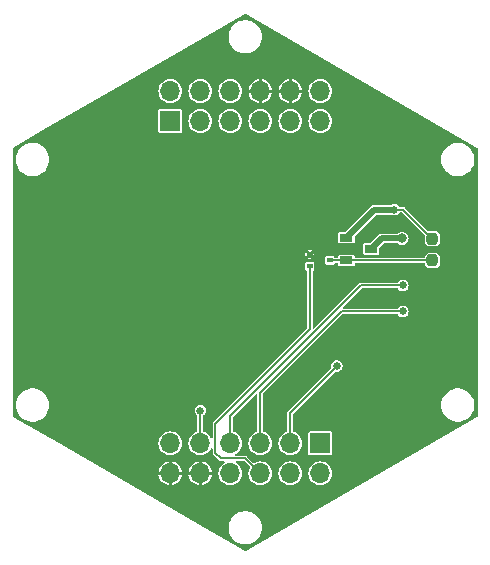
<source format=gbr>
%TF.GenerationSoftware,KiCad,Pcbnew,7.0.5*%
%TF.CreationDate,2023-06-02T12:32:42-04:00*%
%TF.ProjectId,DATA_STORAGE,44415441-5f53-4544-9f52-4147452e6b69,rev?*%
%TF.SameCoordinates,Original*%
%TF.FileFunction,Copper,L2,Bot*%
%TF.FilePolarity,Positive*%
%FSLAX46Y46*%
G04 Gerber Fmt 4.6, Leading zero omitted, Abs format (unit mm)*
G04 Created by KiCad (PCBNEW 7.0.5) date 2023-06-02 12:32:42*
%MOMM*%
%LPD*%
G01*
G04 APERTURE LIST*
G04 Aperture macros list*
%AMRoundRect*
0 Rectangle with rounded corners*
0 $1 Rounding radius*
0 $2 $3 $4 $5 $6 $7 $8 $9 X,Y pos of 4 corners*
0 Add a 4 corners polygon primitive as box body*
4,1,4,$2,$3,$4,$5,$6,$7,$8,$9,$2,$3,0*
0 Add four circle primitives for the rounded corners*
1,1,$1+$1,$2,$3*
1,1,$1+$1,$4,$5*
1,1,$1+$1,$6,$7*
1,1,$1+$1,$8,$9*
0 Add four rect primitives between the rounded corners*
20,1,$1+$1,$2,$3,$4,$5,0*
20,1,$1+$1,$4,$5,$6,$7,0*
20,1,$1+$1,$6,$7,$8,$9,0*
20,1,$1+$1,$8,$9,$2,$3,0*%
G04 Aperture macros list end*
%TA.AperFunction,ComponentPad*%
%ADD10R,1.700000X1.700000*%
%TD*%
%TA.AperFunction,ComponentPad*%
%ADD11O,1.700000X1.700000*%
%TD*%
%TA.AperFunction,SMDPad,CuDef*%
%ADD12R,1.100000X0.650000*%
%TD*%
%TA.AperFunction,SMDPad,CuDef*%
%ADD13RoundRect,0.237500X0.237500X-0.250000X0.237500X0.250000X-0.237500X0.250000X-0.237500X-0.250000X0*%
%TD*%
%TA.AperFunction,SMDPad,CuDef*%
%ADD14R,0.475000X0.460000*%
%TD*%
%TA.AperFunction,ViaPad*%
%ADD15C,0.660400*%
%TD*%
%TA.AperFunction,ViaPad*%
%ADD16C,0.812800*%
%TD*%
%TA.AperFunction,Conductor*%
%ADD17C,0.152400*%
%TD*%
%TA.AperFunction,Conductor*%
%ADD18C,0.508000*%
%TD*%
G04 APERTURE END LIST*
D10*
%TO.P,J1,1,Pin_1*%
%TO.N,/VBAT*%
X143810000Y-86465599D03*
D11*
%TO.P,J1,2,Pin_2*%
%TO.N,/~{EN}*%
X143810000Y-83925599D03*
%TO.P,J1,3,Pin_3*%
%TO.N,VCC*%
X146350000Y-86465599D03*
%TO.P,J1,4,Pin_4*%
%TO.N,/VBAT_OK*%
X146350000Y-83925599D03*
%TO.P,J1,5,Pin_5*%
%TO.N,/~{I2C_RESET}*%
X148890000Y-86465599D03*
%TO.P,J1,6,Pin_6*%
%TO.N,+5V*%
X148890000Y-83925599D03*
%TO.P,J1,7,Pin_7*%
%TO.N,/RXD*%
X151430000Y-86465599D03*
%TO.P,J1,8,Pin_8*%
%TO.N,GND*%
X151430000Y-83925599D03*
%TO.P,J1,9,Pin_9*%
%TO.N,/TXD*%
X153970000Y-86465599D03*
%TO.P,J1,10,Pin_10*%
%TO.N,GND*%
X153970000Y-83925599D03*
%TO.P,J1,11,Pin_11*%
%TO.N,/SDA*%
X156510000Y-86465599D03*
%TO.P,J1,12,Pin_12*%
%TO.N,/SCL*%
X156510000Y-83925599D03*
%TD*%
D10*
%TO.P,J2,1,Pin_1*%
%TO.N,/D11*%
X156510000Y-113743621D03*
D11*
%TO.P,J2,2,Pin_2*%
%TO.N,/D13*%
X156510000Y-116283621D03*
%TO.P,J2,3,Pin_3*%
%TO.N,/A1*%
X153970000Y-113743621D03*
%TO.P,J2,4,Pin_4*%
%TO.N,/D6*%
X153970000Y-116283621D03*
%TO.P,J2,5,Pin_5*%
%TO.N,/SCK*%
X151430000Y-113743621D03*
%TO.P,J2,6,Pin_6*%
%TO.N,/A5*%
X151430000Y-116283621D03*
%TO.P,J2,7,Pin_7*%
%TO.N,/MOSI*%
X148890000Y-113743621D03*
%TO.P,J2,8,Pin_8*%
%TO.N,/~{CS}*%
X148890000Y-116283621D03*
%TO.P,J2,9,Pin_9*%
%TO.N,/MISO*%
X146350000Y-113743621D03*
%TO.P,J2,10,Pin_10*%
%TO.N,GND*%
X146350000Y-116283621D03*
%TO.P,J2,11,Pin_11*%
%TO.N,/LED2*%
X143810000Y-113743621D03*
%TO.P,J2,12,Pin_12*%
%TO.N,GND*%
X143810000Y-116283621D03*
%TD*%
D12*
%TO.P,Q1,1*%
%TO.N,Net-(Q1-Pad1)*%
X158722000Y-98258621D03*
%TO.P,Q1,2*%
%TO.N,VCC*%
X158722000Y-96338621D03*
%TO.P,Q1,3*%
%TO.N,Net-(J3-VDD)*%
X160822000Y-97298621D03*
%TD*%
D13*
%TO.P,R3,1*%
%TO.N,Net-(Q1-Pad1)*%
X166000000Y-98251121D03*
%TO.P,R3,2*%
%TO.N,VCC*%
X166000000Y-96426121D03*
%TD*%
D14*
%TO.P,Q2,1*%
%TO.N,/A5*%
X155632000Y-98758621D03*
%TO.P,Q2,2*%
%TO.N,GND*%
X155632000Y-97758621D03*
%TO.P,Q2,3*%
%TO.N,Net-(Q1-Pad1)*%
X157308000Y-98258621D03*
%TD*%
D15*
%TO.N,GND*%
X137660000Y-93198621D03*
X157660000Y-110698621D03*
X165160000Y-93198621D03*
X165160000Y-110698621D03*
X160160000Y-113198621D03*
X135160000Y-110698621D03*
X135160000Y-105698621D03*
X140160000Y-88198621D03*
X150160000Y-95698621D03*
X140160000Y-110698621D03*
X162660000Y-90698621D03*
X147660000Y-98198621D03*
X137660000Y-113198621D03*
X162660000Y-108198621D03*
X155160000Y-93198621D03*
X132660000Y-98198621D03*
X147660000Y-95698621D03*
X165160000Y-113198621D03*
X132660000Y-100698621D03*
X140160000Y-108198621D03*
X162660000Y-113198621D03*
X147660000Y-103198621D03*
X162660000Y-88198621D03*
X165160000Y-90698621D03*
X135160000Y-103198621D03*
X132660000Y-105698621D03*
X165160000Y-108198621D03*
X160160000Y-110698621D03*
X167660000Y-103198621D03*
X132660000Y-103198621D03*
X142660000Y-93198621D03*
X150160000Y-100698621D03*
X152660000Y-95698621D03*
X152660000Y-93198621D03*
X140160000Y-113198621D03*
X132660000Y-95698621D03*
X160160000Y-85698621D03*
X150160000Y-98198621D03*
X142660000Y-90698621D03*
X150160000Y-90698621D03*
X135160000Y-93198621D03*
X165160000Y-88198621D03*
X140160000Y-90698621D03*
X135160000Y-108198621D03*
X157660000Y-100698621D03*
X167660000Y-100698621D03*
X135160000Y-90698621D03*
X160160000Y-115698621D03*
X137660000Y-88198621D03*
X140160000Y-103198621D03*
X162660000Y-85698621D03*
X150160000Y-93198621D03*
X142660000Y-95698621D03*
X140160000Y-85698621D03*
X142660000Y-88198621D03*
X132660000Y-93198621D03*
X137660000Y-108198621D03*
X137660000Y-103198621D03*
X167660000Y-95698621D03*
X147660000Y-93198621D03*
X140160000Y-100698621D03*
X137660000Y-90698621D03*
X147660000Y-90698621D03*
X140160000Y-95698621D03*
X137660000Y-110698621D03*
X142660000Y-98198621D03*
X167660000Y-98198621D03*
X162660000Y-110698621D03*
X160160000Y-88198621D03*
%TO.N,VCC*%
X162790000Y-93968621D03*
%TO.N,/A1*%
X157920000Y-107208621D03*
%TO.N,/MOSI*%
X163510000Y-100379610D03*
%TO.N,/MISO*%
X146370000Y-110968621D03*
%TO.N,/SCK*%
X163510000Y-102579610D03*
D16*
%TO.N,Net-(J3-VDD)*%
X163440000Y-96398621D03*
%TD*%
D17*
%TO.N,VCC*%
X166000000Y-96426121D02*
X163542500Y-93968621D01*
D18*
X162790000Y-93968621D02*
X161092000Y-93968621D01*
D17*
X163542500Y-93968621D02*
X162790000Y-93968621D01*
D18*
X161092000Y-93968621D02*
X158722000Y-96338621D01*
D17*
%TO.N,/A1*%
X153970000Y-111158621D02*
X157920000Y-107208621D01*
X153970000Y-113743621D02*
X153970000Y-111158621D01*
%TO.N,/MOSI*%
X163510000Y-100379610D02*
X159969011Y-100379610D01*
X148890000Y-111458621D02*
X148890000Y-113743621D01*
X159969011Y-100379610D02*
X148890000Y-111458621D01*
%TO.N,/MISO*%
X146350000Y-110988621D02*
X146350000Y-113743621D01*
X146370000Y-110968621D02*
X146350000Y-110988621D01*
%TO.N,/SCK*%
X163510000Y-102579610D02*
X158329011Y-102579610D01*
X151430000Y-109478621D02*
X151430000Y-113743621D01*
X158329011Y-102579610D02*
X151430000Y-109478621D01*
%TO.N,/A5*%
X155632000Y-104076621D02*
X155632000Y-98758621D01*
X151430000Y-116283621D02*
X150175000Y-115028621D01*
X150175000Y-115028621D02*
X148120000Y-115028621D01*
X148120000Y-115028621D02*
X147630000Y-114538621D01*
X147630000Y-114538621D02*
X147630000Y-112078621D01*
X147630000Y-112078621D02*
X155632000Y-104076621D01*
D18*
%TO.N,Net-(J3-VDD)*%
X161722000Y-96398621D02*
X160822000Y-97298621D01*
X163440000Y-96398621D02*
X161722000Y-96398621D01*
D17*
%TO.N,Net-(Q1-Pad1)*%
X158722000Y-98258621D02*
X165992500Y-98258621D01*
X165992500Y-98258621D02*
X166000000Y-98251121D01*
X157308000Y-98258621D02*
X158722000Y-98258621D01*
%TD*%
%TA.AperFunction,Conductor*%
%TO.N,GND*%
G36*
X150203946Y-77388502D02*
G01*
X169810750Y-88708494D01*
X169849399Y-88754554D01*
X169854700Y-88784618D01*
X169854700Y-111424599D01*
X169834135Y-111481100D01*
X169810750Y-111500723D01*
X150203949Y-122820715D01*
X150144735Y-122831156D01*
X150116049Y-122820715D01*
X149138254Y-122256185D01*
X146770601Y-120889220D01*
X148749884Y-120889220D01*
X148769115Y-121121316D01*
X148769116Y-121121322D01*
X148826286Y-121347080D01*
X148826289Y-121347088D01*
X148897987Y-121510541D01*
X148919840Y-121560361D01*
X148919844Y-121560367D01*
X149047215Y-121755325D01*
X149047216Y-121755327D01*
X149047220Y-121755331D01*
X149204954Y-121926676D01*
X149388740Y-122069722D01*
X149593563Y-122180567D01*
X149813837Y-122256187D01*
X149813839Y-122256187D01*
X149813841Y-122256188D01*
X150043550Y-122294520D01*
X150043554Y-122294520D01*
X150276450Y-122294520D01*
X150506158Y-122256188D01*
X150506158Y-122256187D01*
X150506163Y-122256187D01*
X150726437Y-122180567D01*
X150931260Y-122069722D01*
X151115046Y-121926676D01*
X151272780Y-121755331D01*
X151400160Y-121560361D01*
X151493712Y-121347084D01*
X151550884Y-121121317D01*
X151570116Y-120889220D01*
X151550884Y-120657123D01*
X151550883Y-120657117D01*
X151493713Y-120431359D01*
X151493710Y-120431351D01*
X151400164Y-120218089D01*
X151400160Y-120218079D01*
X151319435Y-120094520D01*
X151272784Y-120023114D01*
X151272783Y-120023112D01*
X151115050Y-119851768D01*
X151115048Y-119851767D01*
X151115046Y-119851764D01*
X150931260Y-119708718D01*
X150726437Y-119597873D01*
X150726433Y-119597871D01*
X150726430Y-119597870D01*
X150506167Y-119522254D01*
X150506158Y-119522251D01*
X150276450Y-119483920D01*
X150276446Y-119483920D01*
X150043554Y-119483920D01*
X150043550Y-119483920D01*
X149813841Y-119522251D01*
X149813832Y-119522254D01*
X149593569Y-119597870D01*
X149388740Y-119708718D01*
X149204949Y-119851768D01*
X149047216Y-120023112D01*
X149047215Y-120023114D01*
X148919844Y-120218072D01*
X148919835Y-120218089D01*
X148826289Y-120431351D01*
X148826286Y-120431359D01*
X148769116Y-120657117D01*
X148769115Y-120657123D01*
X148749884Y-120889220D01*
X146770601Y-120889220D01*
X139013440Y-116410621D01*
X142815259Y-116410621D01*
X142822105Y-116480132D01*
X142879419Y-116669073D01*
X142972504Y-116843222D01*
X143097759Y-116995845D01*
X143097775Y-116995861D01*
X143250398Y-117121116D01*
X143250397Y-117121116D01*
X143424547Y-117214201D01*
X143613491Y-117271516D01*
X143613498Y-117271517D01*
X143682999Y-117278362D01*
X143683000Y-117278362D01*
X143683000Y-116770502D01*
X143774237Y-116783621D01*
X143845763Y-116783621D01*
X143937000Y-116770502D01*
X143937000Y-117278362D01*
X144006501Y-117271517D01*
X144006508Y-117271516D01*
X144195452Y-117214201D01*
X144369601Y-117121116D01*
X144522224Y-116995861D01*
X144522240Y-116995845D01*
X144647495Y-116843222D01*
X144740580Y-116669073D01*
X144797894Y-116480132D01*
X144804741Y-116410621D01*
X145355259Y-116410621D01*
X145362105Y-116480132D01*
X145419419Y-116669073D01*
X145512504Y-116843222D01*
X145637759Y-116995845D01*
X145637775Y-116995861D01*
X145790398Y-117121116D01*
X145790397Y-117121116D01*
X145964547Y-117214201D01*
X146153491Y-117271516D01*
X146153498Y-117271517D01*
X146222999Y-117278362D01*
X146223000Y-117278362D01*
X146223000Y-116770502D01*
X146314237Y-116783621D01*
X146385763Y-116783621D01*
X146477000Y-116770502D01*
X146477000Y-117278362D01*
X146546501Y-117271517D01*
X146546508Y-117271516D01*
X146735452Y-117214201D01*
X146909601Y-117121116D01*
X147062224Y-116995861D01*
X147062240Y-116995845D01*
X147187495Y-116843222D01*
X147280580Y-116669073D01*
X147337894Y-116480132D01*
X147344741Y-116410621D01*
X146833818Y-116410621D01*
X146850000Y-116355510D01*
X146850000Y-116211732D01*
X146833818Y-116156621D01*
X147344741Y-116156621D01*
X147337894Y-116087109D01*
X147280580Y-115898168D01*
X147187495Y-115724019D01*
X147062240Y-115571396D01*
X147062224Y-115571380D01*
X146909601Y-115446125D01*
X146909602Y-115446125D01*
X146735452Y-115353040D01*
X146546511Y-115295726D01*
X146546512Y-115295726D01*
X146477000Y-115288879D01*
X146477000Y-115796739D01*
X146385763Y-115783621D01*
X146314237Y-115783621D01*
X146223000Y-115796739D01*
X146223000Y-115288879D01*
X146153488Y-115295726D01*
X145964547Y-115353040D01*
X145790398Y-115446125D01*
X145637775Y-115571380D01*
X145637759Y-115571396D01*
X145512504Y-115724019D01*
X145419419Y-115898168D01*
X145362105Y-116087109D01*
X145355259Y-116156621D01*
X145866182Y-116156621D01*
X145850000Y-116211732D01*
X145850000Y-116355510D01*
X145866182Y-116410621D01*
X145355259Y-116410621D01*
X144804741Y-116410621D01*
X144293818Y-116410621D01*
X144310000Y-116355510D01*
X144310000Y-116211732D01*
X144293818Y-116156621D01*
X144804741Y-116156621D01*
X144797894Y-116087109D01*
X144740580Y-115898168D01*
X144647495Y-115724019D01*
X144522240Y-115571396D01*
X144522224Y-115571380D01*
X144369601Y-115446125D01*
X144369602Y-115446125D01*
X144195452Y-115353040D01*
X144006511Y-115295726D01*
X144006512Y-115295726D01*
X143937000Y-115288879D01*
X143937000Y-115796739D01*
X143845763Y-115783621D01*
X143774237Y-115783621D01*
X143683000Y-115796739D01*
X143683000Y-115288879D01*
X143613488Y-115295726D01*
X143424547Y-115353040D01*
X143250398Y-115446125D01*
X143097775Y-115571380D01*
X143097759Y-115571396D01*
X142972504Y-115724019D01*
X142879419Y-115898168D01*
X142822105Y-116087109D01*
X142815259Y-116156621D01*
X143326182Y-116156621D01*
X143310000Y-116211732D01*
X143310000Y-116355510D01*
X143326182Y-116410621D01*
X142815259Y-116410621D01*
X139013440Y-116410621D01*
X134394061Y-113743621D01*
X142802247Y-113743621D01*
X142821612Y-113940230D01*
X142878957Y-114129269D01*
X142878958Y-114129271D01*
X142972084Y-114303499D01*
X143097411Y-114456210D01*
X143250122Y-114581537D01*
X143424350Y-114674663D01*
X143558715Y-114715422D01*
X143607189Y-114730127D01*
X143613397Y-114732010D01*
X143810000Y-114751374D01*
X144006603Y-114732010D01*
X144195650Y-114674663D01*
X144369878Y-114581537D01*
X144522589Y-114456210D01*
X144647916Y-114303499D01*
X144741042Y-114129271D01*
X144798389Y-113940224D01*
X144817753Y-113743621D01*
X145342247Y-113743621D01*
X145361612Y-113940230D01*
X145418957Y-114129269D01*
X145418958Y-114129271D01*
X145512084Y-114303499D01*
X145637411Y-114456210D01*
X145790122Y-114581537D01*
X145964350Y-114674663D01*
X146098715Y-114715422D01*
X146147189Y-114730127D01*
X146153397Y-114732010D01*
X146350000Y-114751374D01*
X146546603Y-114732010D01*
X146735650Y-114674663D01*
X146909878Y-114581537D01*
X147062589Y-114456210D01*
X147187916Y-114303499D01*
X147235479Y-114214513D01*
X147280250Y-114174378D01*
X147340345Y-114172410D01*
X147387645Y-114209532D01*
X147400900Y-114255949D01*
X147400900Y-114531471D01*
X147400840Y-114533772D01*
X147398666Y-114575260D01*
X147407177Y-114597433D01*
X147411092Y-114610650D01*
X147416031Y-114633888D01*
X147420124Y-114639521D01*
X147431071Y-114659682D01*
X147433567Y-114666183D01*
X147433568Y-114666185D01*
X147450364Y-114682982D01*
X147459320Y-114693468D01*
X147473276Y-114712677D01*
X147473278Y-114712679D01*
X147479308Y-114716160D01*
X147497510Y-114730127D01*
X147952951Y-115185569D01*
X147954535Y-115187238D01*
X147982330Y-115218107D01*
X148004027Y-115227767D01*
X148016141Y-115234344D01*
X148036064Y-115247283D01*
X148042940Y-115248371D01*
X148064944Y-115254889D01*
X148071303Y-115257721D01*
X148095052Y-115257721D01*
X148108801Y-115258803D01*
X148113877Y-115259606D01*
X148132259Y-115262518D01*
X148138984Y-115260715D01*
X148161734Y-115257721D01*
X148330900Y-115257721D01*
X148387401Y-115278286D01*
X148417465Y-115330357D01*
X148407024Y-115389571D01*
X148372335Y-115423142D01*
X148330123Y-115445704D01*
X148177413Y-115571030D01*
X148177409Y-115571034D01*
X148052084Y-115723742D01*
X147958957Y-115897972D01*
X147901612Y-116087011D01*
X147882247Y-116283621D01*
X147901612Y-116480230D01*
X147958898Y-116669073D01*
X147958958Y-116669271D01*
X148052084Y-116843499D01*
X148177411Y-116996210D01*
X148330122Y-117121537D01*
X148504350Y-117214663D01*
X148638715Y-117255422D01*
X148691771Y-117271517D01*
X148693397Y-117272010D01*
X148890000Y-117291374D01*
X149086603Y-117272010D01*
X149275650Y-117214663D01*
X149449878Y-117121537D01*
X149602589Y-116996210D01*
X149727916Y-116843499D01*
X149821042Y-116669271D01*
X149878389Y-116480224D01*
X149897753Y-116283621D01*
X149878389Y-116087018D01*
X149821042Y-115897971D01*
X149727916Y-115723743D01*
X149602589Y-115571032D01*
X149449878Y-115445705D01*
X149407664Y-115423141D01*
X149367529Y-115378371D01*
X149365561Y-115318276D01*
X149402682Y-115270976D01*
X149449100Y-115257721D01*
X150043694Y-115257721D01*
X150100195Y-115278286D01*
X150105849Y-115283466D01*
X150529978Y-115707595D01*
X150555389Y-115762089D01*
X150545344Y-115811185D01*
X150498958Y-115897968D01*
X150498957Y-115897972D01*
X150441612Y-116087011D01*
X150422247Y-116283621D01*
X150441612Y-116480230D01*
X150498898Y-116669073D01*
X150498958Y-116669271D01*
X150592084Y-116843499D01*
X150717411Y-116996210D01*
X150870122Y-117121537D01*
X151044350Y-117214663D01*
X151178715Y-117255422D01*
X151231771Y-117271517D01*
X151233397Y-117272010D01*
X151430000Y-117291374D01*
X151626603Y-117272010D01*
X151815650Y-117214663D01*
X151989878Y-117121537D01*
X152142589Y-116996210D01*
X152267916Y-116843499D01*
X152361042Y-116669271D01*
X152418389Y-116480224D01*
X152437753Y-116283621D01*
X152962247Y-116283621D01*
X152981612Y-116480230D01*
X153038898Y-116669073D01*
X153038958Y-116669271D01*
X153132084Y-116843499D01*
X153257411Y-116996210D01*
X153410122Y-117121537D01*
X153584350Y-117214663D01*
X153718715Y-117255422D01*
X153771771Y-117271517D01*
X153773397Y-117272010D01*
X153970000Y-117291374D01*
X154166603Y-117272010D01*
X154355650Y-117214663D01*
X154529878Y-117121537D01*
X154682589Y-116996210D01*
X154807916Y-116843499D01*
X154901042Y-116669271D01*
X154958389Y-116480224D01*
X154977753Y-116283621D01*
X155502247Y-116283621D01*
X155521612Y-116480230D01*
X155578898Y-116669073D01*
X155578958Y-116669271D01*
X155672084Y-116843499D01*
X155797411Y-116996210D01*
X155950122Y-117121537D01*
X156124350Y-117214663D01*
X156258715Y-117255422D01*
X156311771Y-117271517D01*
X156313397Y-117272010D01*
X156510000Y-117291374D01*
X156706603Y-117272010D01*
X156895650Y-117214663D01*
X157069878Y-117121537D01*
X157222589Y-116996210D01*
X157347916Y-116843499D01*
X157441042Y-116669271D01*
X157498389Y-116480224D01*
X157517753Y-116283621D01*
X157498389Y-116087018D01*
X157441042Y-115897971D01*
X157347916Y-115723743D01*
X157222589Y-115571032D01*
X157069878Y-115445705D01*
X156895650Y-115352579D01*
X156895649Y-115352578D01*
X156895648Y-115352578D01*
X156706609Y-115295233D01*
X156706604Y-115295232D01*
X156706603Y-115295232D01*
X156510000Y-115275868D01*
X156509999Y-115275868D01*
X156485450Y-115278286D01*
X156313397Y-115295232D01*
X156313395Y-115295232D01*
X156313390Y-115295233D01*
X156124351Y-115352578D01*
X155950121Y-115445705D01*
X155797413Y-115571030D01*
X155797409Y-115571034D01*
X155672084Y-115723742D01*
X155578957Y-115897972D01*
X155521612Y-116087011D01*
X155502247Y-116283621D01*
X154977753Y-116283621D01*
X154958389Y-116087018D01*
X154901042Y-115897971D01*
X154807916Y-115723743D01*
X154682589Y-115571032D01*
X154529878Y-115445705D01*
X154355650Y-115352579D01*
X154355649Y-115352578D01*
X154355648Y-115352578D01*
X154166609Y-115295233D01*
X154166604Y-115295232D01*
X154166603Y-115295232D01*
X153970000Y-115275868D01*
X153773397Y-115295232D01*
X153773395Y-115295232D01*
X153773390Y-115295233D01*
X153584351Y-115352578D01*
X153410121Y-115445705D01*
X153257413Y-115571030D01*
X153257409Y-115571034D01*
X153132084Y-115723742D01*
X153038957Y-115897972D01*
X152981612Y-116087011D01*
X152962247Y-116283621D01*
X152437753Y-116283621D01*
X152418389Y-116087018D01*
X152361042Y-115897971D01*
X152267916Y-115723743D01*
X152142589Y-115571032D01*
X151989878Y-115445705D01*
X151815650Y-115352579D01*
X151815649Y-115352578D01*
X151815648Y-115352578D01*
X151626609Y-115295233D01*
X151626604Y-115295232D01*
X151626603Y-115295232D01*
X151430000Y-115275868D01*
X151429999Y-115275868D01*
X151405450Y-115278286D01*
X151233397Y-115295232D01*
X151233395Y-115295232D01*
X151233390Y-115295233D01*
X151044351Y-115352578D01*
X151044347Y-115352579D01*
X150957565Y-115398965D01*
X150898041Y-115407463D01*
X150853975Y-115383599D01*
X150342039Y-114871662D01*
X150340470Y-114870010D01*
X150312670Y-114839135D01*
X150312669Y-114839134D01*
X150290972Y-114829473D01*
X150278858Y-114822896D01*
X150266022Y-114814561D01*
X150258936Y-114809960D01*
X150258933Y-114809959D01*
X150258932Y-114809959D01*
X150252058Y-114808870D01*
X150230064Y-114802355D01*
X150223699Y-114799521D01*
X150223697Y-114799521D01*
X150199947Y-114799521D01*
X150186197Y-114798439D01*
X150174119Y-114796526D01*
X150162743Y-114794724D01*
X150162740Y-114794724D01*
X150156017Y-114796526D01*
X150133267Y-114799521D01*
X149392974Y-114799521D01*
X149336473Y-114778956D01*
X149306409Y-114726885D01*
X149316850Y-114667671D01*
X149351537Y-114634100D01*
X149449878Y-114581537D01*
X149602589Y-114456210D01*
X149727916Y-114303499D01*
X149821042Y-114129271D01*
X149878389Y-113940224D01*
X149897753Y-113743621D01*
X149878389Y-113547018D01*
X149821042Y-113357971D01*
X149727916Y-113183743D01*
X149602589Y-113031032D01*
X149449878Y-112905705D01*
X149275650Y-112812579D01*
X149181483Y-112784013D01*
X149133385Y-112747932D01*
X149119100Y-112699898D01*
X149119100Y-111589926D01*
X149139665Y-111533425D01*
X149144834Y-111527782D01*
X151050845Y-109621770D01*
X151105339Y-109596360D01*
X151163417Y-109611923D01*
X151197905Y-109661176D01*
X151200900Y-109683926D01*
X151200900Y-112699898D01*
X151180335Y-112756399D01*
X151138516Y-112784013D01*
X151044354Y-112812578D01*
X151044347Y-112812580D01*
X150870121Y-112905705D01*
X150717413Y-113031030D01*
X150717409Y-113031034D01*
X150592084Y-113183742D01*
X150498957Y-113357972D01*
X150441612Y-113547011D01*
X150422247Y-113743620D01*
X150441612Y-113940230D01*
X150498957Y-114129269D01*
X150498958Y-114129271D01*
X150592084Y-114303499D01*
X150717411Y-114456210D01*
X150870122Y-114581537D01*
X151044350Y-114674663D01*
X151178715Y-114715422D01*
X151227189Y-114730127D01*
X151233397Y-114732010D01*
X151430000Y-114751374D01*
X151626603Y-114732010D01*
X151815650Y-114674663D01*
X151989878Y-114581537D01*
X152142589Y-114456210D01*
X152267916Y-114303499D01*
X152361042Y-114129271D01*
X152418389Y-113940224D01*
X152437753Y-113743621D01*
X152437753Y-113743620D01*
X152962247Y-113743620D01*
X152981612Y-113940230D01*
X153038957Y-114129269D01*
X153038958Y-114129271D01*
X153132084Y-114303499D01*
X153257411Y-114456210D01*
X153410122Y-114581537D01*
X153584350Y-114674663D01*
X153718715Y-114715422D01*
X153767189Y-114730127D01*
X153773397Y-114732010D01*
X153970000Y-114751374D01*
X154166603Y-114732010D01*
X154355650Y-114674663D01*
X154479098Y-114608679D01*
X155507100Y-114608679D01*
X155515097Y-114648881D01*
X155515972Y-114653279D01*
X155549766Y-114703855D01*
X155562969Y-114712677D01*
X155600341Y-114737649D01*
X155606963Y-114738966D01*
X155644943Y-114746521D01*
X157375056Y-114746520D01*
X157375058Y-114746520D01*
X157387750Y-114743995D01*
X157419658Y-114737649D01*
X157470234Y-114703855D01*
X157504028Y-114653279D01*
X157512900Y-114608678D01*
X157512899Y-112878565D01*
X157512899Y-112878564D01*
X157512899Y-112878562D01*
X157509111Y-112859523D01*
X157504028Y-112833963D01*
X157470234Y-112783387D01*
X157470002Y-112783232D01*
X157419658Y-112749592D01*
X157382456Y-112742192D01*
X157375057Y-112740721D01*
X157375056Y-112740721D01*
X155644941Y-112740721D01*
X155600341Y-112749593D01*
X155549767Y-112783386D01*
X155549764Y-112783389D01*
X155515971Y-112833962D01*
X155507100Y-112878564D01*
X155507100Y-114608679D01*
X154479098Y-114608679D01*
X154529878Y-114581537D01*
X154682589Y-114456210D01*
X154807916Y-114303499D01*
X154901042Y-114129271D01*
X154958389Y-113940224D01*
X154977753Y-113743621D01*
X154958389Y-113547018D01*
X154901042Y-113357971D01*
X154807916Y-113183743D01*
X154682589Y-113031032D01*
X154529878Y-112905705D01*
X154355650Y-112812579D01*
X154261483Y-112784013D01*
X154213385Y-112747932D01*
X154199100Y-112699898D01*
X154199100Y-111289926D01*
X154219665Y-111233425D01*
X154224834Y-111227782D01*
X154955702Y-110496914D01*
X166749884Y-110496914D01*
X166769115Y-110729011D01*
X166769116Y-110729017D01*
X166826286Y-110954775D01*
X166826289Y-110954783D01*
X166919835Y-111168045D01*
X166919840Y-111168056D01*
X166919844Y-111168062D01*
X167047215Y-111363020D01*
X167047216Y-111363022D01*
X167173979Y-111500724D01*
X167204954Y-111534371D01*
X167388740Y-111677417D01*
X167593563Y-111788262D01*
X167813837Y-111863882D01*
X167813839Y-111863882D01*
X167813841Y-111863883D01*
X168043550Y-111902215D01*
X168043554Y-111902215D01*
X168276450Y-111902215D01*
X168506158Y-111863883D01*
X168506158Y-111863882D01*
X168506163Y-111863882D01*
X168726437Y-111788262D01*
X168931260Y-111677417D01*
X169115046Y-111534371D01*
X169272780Y-111363026D01*
X169400160Y-111168056D01*
X169493712Y-110954779D01*
X169550884Y-110729012D01*
X169570116Y-110496915D01*
X169550884Y-110264818D01*
X169550883Y-110264812D01*
X169493713Y-110039054D01*
X169493710Y-110039046D01*
X169400164Y-109825784D01*
X169400160Y-109825774D01*
X169319435Y-109702215D01*
X169272784Y-109630809D01*
X169272783Y-109630807D01*
X169115050Y-109459463D01*
X169115048Y-109459462D01*
X169115046Y-109459459D01*
X168931260Y-109316413D01*
X168726437Y-109205568D01*
X168726433Y-109205566D01*
X168726430Y-109205565D01*
X168506167Y-109129949D01*
X168506158Y-109129946D01*
X168276450Y-109091615D01*
X168276446Y-109091615D01*
X168043554Y-109091615D01*
X168043550Y-109091615D01*
X167813841Y-109129946D01*
X167813832Y-109129949D01*
X167593569Y-109205565D01*
X167388740Y-109316413D01*
X167204949Y-109459463D01*
X167047216Y-109630807D01*
X167047215Y-109630809D01*
X166919844Y-109825767D01*
X166919835Y-109825784D01*
X166826289Y-110039046D01*
X166826286Y-110039054D01*
X166769116Y-110264812D01*
X166769115Y-110264818D01*
X166749884Y-110496914D01*
X154955702Y-110496914D01*
X157744365Y-107708250D01*
X157798858Y-107682840D01*
X157831284Y-107686067D01*
X157850536Y-107691720D01*
X157850539Y-107691720D01*
X157850541Y-107691721D01*
X157850542Y-107691721D01*
X157989458Y-107691721D01*
X157989459Y-107691721D01*
X157989461Y-107691720D01*
X157989463Y-107691720D01*
X158008715Y-107686067D01*
X158122751Y-107652583D01*
X158239617Y-107577478D01*
X158330589Y-107472490D01*
X158388298Y-107346126D01*
X158408068Y-107208621D01*
X158408068Y-107208617D01*
X158388299Y-107071122D01*
X158388298Y-107071121D01*
X158388298Y-107071116D01*
X158330589Y-106944752D01*
X158239617Y-106839764D01*
X158239615Y-106839763D01*
X158239613Y-106839761D01*
X158122754Y-106764660D01*
X158122751Y-106764659D01*
X158096092Y-106756831D01*
X157989463Y-106725521D01*
X157989459Y-106725521D01*
X157850541Y-106725521D01*
X157850536Y-106725521D01*
X157717249Y-106764659D01*
X157717245Y-106764660D01*
X157600386Y-106839761D01*
X157600381Y-106839765D01*
X157509410Y-106944753D01*
X157451702Y-107071116D01*
X157451700Y-107071122D01*
X157431932Y-107208617D01*
X157431932Y-107208623D01*
X157446294Y-107308515D01*
X157433980Y-107367367D01*
X157421444Y-107383179D01*
X153813040Y-110991582D01*
X153811372Y-110993165D01*
X153780514Y-111020950D01*
X153780513Y-111020951D01*
X153780514Y-111020951D01*
X153770849Y-111042655D01*
X153764278Y-111054758D01*
X153755226Y-111068697D01*
X153751338Y-111074686D01*
X153750248Y-111081568D01*
X153743735Y-111103555D01*
X153740900Y-111109924D01*
X153740900Y-111133672D01*
X153739818Y-111147421D01*
X153736103Y-111170876D01*
X153736103Y-111170879D01*
X153737905Y-111177603D01*
X153740900Y-111200354D01*
X153740900Y-112699898D01*
X153720335Y-112756399D01*
X153678516Y-112784013D01*
X153584354Y-112812578D01*
X153584347Y-112812580D01*
X153410121Y-112905705D01*
X153257413Y-113031030D01*
X153257409Y-113031034D01*
X153132084Y-113183742D01*
X153038957Y-113357972D01*
X152981612Y-113547011D01*
X152962247Y-113743620D01*
X152437753Y-113743620D01*
X152418389Y-113547018D01*
X152361042Y-113357971D01*
X152267916Y-113183743D01*
X152142589Y-113031032D01*
X151989878Y-112905705D01*
X151815650Y-112812579D01*
X151721483Y-112784013D01*
X151673385Y-112747932D01*
X151659100Y-112699898D01*
X151659100Y-109609927D01*
X151679665Y-109553426D01*
X151684845Y-109547772D01*
X158398163Y-102834455D01*
X158452657Y-102809044D01*
X158460318Y-102808710D01*
X163029141Y-102808710D01*
X163085642Y-102829275D01*
X163095572Y-102839048D01*
X163099410Y-102843477D01*
X163099411Y-102843479D01*
X163190383Y-102948467D01*
X163190385Y-102948468D01*
X163190386Y-102948469D01*
X163307245Y-103023570D01*
X163307246Y-103023570D01*
X163307249Y-103023572D01*
X163398035Y-103050229D01*
X163440536Y-103062709D01*
X163440539Y-103062709D01*
X163440541Y-103062710D01*
X163440542Y-103062710D01*
X163579458Y-103062710D01*
X163579459Y-103062710D01*
X163579461Y-103062709D01*
X163579463Y-103062709D01*
X163595305Y-103058056D01*
X163712751Y-103023572D01*
X163829617Y-102948467D01*
X163920589Y-102843479D01*
X163978298Y-102717115D01*
X163998068Y-102579610D01*
X163998068Y-102579606D01*
X163978299Y-102442111D01*
X163978298Y-102442110D01*
X163978298Y-102442105D01*
X163920589Y-102315741D01*
X163829617Y-102210753D01*
X163829615Y-102210752D01*
X163829613Y-102210750D01*
X163712754Y-102135649D01*
X163712751Y-102135648D01*
X163686092Y-102127820D01*
X163579463Y-102096510D01*
X163579459Y-102096510D01*
X163440541Y-102096510D01*
X163440536Y-102096510D01*
X163307249Y-102135648D01*
X163307245Y-102135649D01*
X163190386Y-102210750D01*
X163190381Y-102210754D01*
X163095572Y-102320172D01*
X163043030Y-102349406D01*
X163029141Y-102350510D01*
X158534316Y-102350510D01*
X158477815Y-102329945D01*
X158447751Y-102277874D01*
X158458192Y-102218660D01*
X158472161Y-102200455D01*
X160038162Y-100634455D01*
X160092656Y-100609044D01*
X160100317Y-100608710D01*
X163029141Y-100608710D01*
X163085642Y-100629275D01*
X163095572Y-100639048D01*
X163099410Y-100643477D01*
X163099411Y-100643479D01*
X163190383Y-100748467D01*
X163190385Y-100748468D01*
X163190386Y-100748469D01*
X163307245Y-100823570D01*
X163307246Y-100823570D01*
X163307249Y-100823572D01*
X163398035Y-100850229D01*
X163440536Y-100862709D01*
X163440539Y-100862709D01*
X163440541Y-100862710D01*
X163440542Y-100862710D01*
X163579458Y-100862710D01*
X163579459Y-100862710D01*
X163579461Y-100862709D01*
X163579463Y-100862709D01*
X163595305Y-100858056D01*
X163712751Y-100823572D01*
X163829617Y-100748467D01*
X163920589Y-100643479D01*
X163978298Y-100517115D01*
X163998068Y-100379610D01*
X163998068Y-100379606D01*
X163978299Y-100242111D01*
X163978298Y-100242110D01*
X163978298Y-100242105D01*
X163920589Y-100115741D01*
X163829617Y-100010753D01*
X163829615Y-100010752D01*
X163829613Y-100010750D01*
X163712754Y-99935649D01*
X163712751Y-99935648D01*
X163686092Y-99927820D01*
X163579463Y-99896510D01*
X163579459Y-99896510D01*
X163440541Y-99896510D01*
X163440536Y-99896510D01*
X163307249Y-99935648D01*
X163307245Y-99935649D01*
X163190386Y-100010750D01*
X163190381Y-100010754D01*
X163095572Y-100120172D01*
X163043030Y-100149406D01*
X163029141Y-100150510D01*
X159976167Y-100150510D01*
X159973867Y-100150450D01*
X159948548Y-100149123D01*
X159932372Y-100148276D01*
X159932371Y-100148276D01*
X159932370Y-100148276D01*
X159910199Y-100156786D01*
X159896982Y-100160701D01*
X159873746Y-100165640D01*
X159873746Y-100165641D01*
X159873743Y-100165642D01*
X159868106Y-100169738D01*
X159847953Y-100180680D01*
X159841446Y-100183178D01*
X159841443Y-100183180D01*
X159824650Y-100199973D01*
X159814165Y-100208928D01*
X159794956Y-100222884D01*
X159794949Y-100222891D01*
X159791469Y-100228920D01*
X159777504Y-100247119D01*
X156011155Y-104013468D01*
X155956661Y-104038879D01*
X155898583Y-104023316D01*
X155864095Y-103974063D01*
X155861100Y-103951313D01*
X155861100Y-99218323D01*
X155881665Y-99161822D01*
X155921986Y-99137955D01*
X155921161Y-99135961D01*
X155929151Y-99132650D01*
X155929158Y-99132649D01*
X155979734Y-99098855D01*
X156013528Y-99048279D01*
X156022400Y-99003678D01*
X156022399Y-98513565D01*
X156022399Y-98513564D01*
X156022399Y-98513562D01*
X156020433Y-98503679D01*
X156917600Y-98503679D01*
X156925220Y-98541984D01*
X156926472Y-98548279D01*
X156960266Y-98598855D01*
X156977201Y-98610171D01*
X157010841Y-98632649D01*
X157018241Y-98634120D01*
X157055443Y-98641521D01*
X157560556Y-98641520D01*
X157560558Y-98641520D01*
X157573250Y-98638995D01*
X157605158Y-98632649D01*
X157655734Y-98598855D01*
X157689528Y-98548279D01*
X157689528Y-98548278D01*
X157689529Y-98548277D01*
X157692136Y-98541984D01*
X157732756Y-98497653D01*
X157773345Y-98487721D01*
X157931201Y-98487721D01*
X157987702Y-98508286D01*
X158017766Y-98560357D01*
X158019101Y-98575621D01*
X158019101Y-98598679D01*
X158025858Y-98632649D01*
X158027972Y-98643279D01*
X158061766Y-98693855D01*
X158078701Y-98705171D01*
X158112341Y-98727649D01*
X158119741Y-98729120D01*
X158156943Y-98736521D01*
X159287056Y-98736520D01*
X159287058Y-98736520D01*
X159302481Y-98733452D01*
X159331658Y-98727649D01*
X159382234Y-98693855D01*
X159416028Y-98643279D01*
X159424900Y-98598678D01*
X159424900Y-98575621D01*
X159445465Y-98519120D01*
X159497536Y-98489056D01*
X159512800Y-98487721D01*
X165290038Y-98487721D01*
X165346539Y-98508286D01*
X165376603Y-98560357D01*
X165376856Y-98561871D01*
X165386579Y-98623262D01*
X165386579Y-98623263D01*
X165386580Y-98623265D01*
X165442723Y-98733453D01*
X165530168Y-98820898D01*
X165640356Y-98877041D01*
X165731778Y-98891521D01*
X165731779Y-98891521D01*
X166268221Y-98891521D01*
X166268222Y-98891521D01*
X166359644Y-98877041D01*
X166469832Y-98820898D01*
X166557277Y-98733453D01*
X166613420Y-98623265D01*
X166627900Y-98531843D01*
X166627900Y-97970399D01*
X166613420Y-97878977D01*
X166557277Y-97768789D01*
X166469832Y-97681344D01*
X166359644Y-97625201D01*
X166359642Y-97625200D01*
X166359641Y-97625200D01*
X166289414Y-97614077D01*
X166268222Y-97610721D01*
X165731778Y-97610721D01*
X165714574Y-97613445D01*
X165640358Y-97625200D01*
X165640356Y-97625200D01*
X165640356Y-97625201D01*
X165530168Y-97681344D01*
X165442723Y-97768789D01*
X165388239Y-97875722D01*
X165386579Y-97878979D01*
X165374480Y-97955372D01*
X165345329Y-98007960D01*
X165289196Y-98029508D01*
X165287662Y-98029521D01*
X159512799Y-98029521D01*
X159456298Y-98008956D01*
X159426234Y-97956885D01*
X159424899Y-97941621D01*
X159424899Y-97918562D01*
X159418142Y-97884592D01*
X159416028Y-97873963D01*
X159382234Y-97823387D01*
X159382002Y-97823232D01*
X159331658Y-97789592D01*
X159294456Y-97782192D01*
X159287057Y-97780721D01*
X159287056Y-97780721D01*
X158156941Y-97780721D01*
X158112341Y-97789593D01*
X158061767Y-97823386D01*
X158061764Y-97823389D01*
X158027971Y-97873962D01*
X158019100Y-97918564D01*
X158019100Y-97941621D01*
X157998535Y-97998122D01*
X157946464Y-98028186D01*
X157931200Y-98029521D01*
X157773344Y-98029521D01*
X157716843Y-98008956D01*
X157692133Y-97975255D01*
X157689528Y-97968966D01*
X157689528Y-97968963D01*
X157655734Y-97918387D01*
X157655502Y-97918232D01*
X157605158Y-97884592D01*
X157567956Y-97877192D01*
X157560557Y-97875721D01*
X157560556Y-97875721D01*
X157055441Y-97875721D01*
X157010841Y-97884593D01*
X156960267Y-97918386D01*
X156960264Y-97918389D01*
X156926471Y-97968962D01*
X156917600Y-98013564D01*
X156917600Y-98503679D01*
X156020433Y-98503679D01*
X156017259Y-98487721D01*
X156013528Y-98468963D01*
X155979734Y-98418387D01*
X155979502Y-98418232D01*
X155929158Y-98384592D01*
X155891956Y-98377192D01*
X155884557Y-98375721D01*
X155884556Y-98375721D01*
X155379441Y-98375721D01*
X155334841Y-98384593D01*
X155284267Y-98418386D01*
X155284264Y-98418389D01*
X155250471Y-98468962D01*
X155241600Y-98513564D01*
X155241600Y-99003679D01*
X155250472Y-99048279D01*
X155284266Y-99098855D01*
X155309727Y-99115868D01*
X155334843Y-99132650D01*
X155342839Y-99135962D01*
X155341965Y-99138071D01*
X155383549Y-99163302D01*
X155402900Y-99218324D01*
X155402900Y-103945313D01*
X155382335Y-104001814D01*
X155377155Y-104007468D01*
X147473040Y-111911582D01*
X147471372Y-111913165D01*
X147440514Y-111940950D01*
X147440513Y-111940951D01*
X147440514Y-111940951D01*
X147430849Y-111962655D01*
X147424278Y-111974758D01*
X147415226Y-111988697D01*
X147411338Y-111994686D01*
X147410248Y-112001568D01*
X147403735Y-112023555D01*
X147400900Y-112029924D01*
X147400900Y-112053672D01*
X147399818Y-112067421D01*
X147396103Y-112090876D01*
X147396103Y-112090879D01*
X147397905Y-112097603D01*
X147400900Y-112120354D01*
X147400900Y-113231292D01*
X147380335Y-113287793D01*
X147328264Y-113317857D01*
X147269050Y-113307416D01*
X147235479Y-113272728D01*
X147187915Y-113183742D01*
X147062589Y-113031032D01*
X146909878Y-112905705D01*
X146735650Y-112812579D01*
X146641483Y-112784013D01*
X146593385Y-112747932D01*
X146579100Y-112699898D01*
X146579100Y-111456499D01*
X146599665Y-111399998D01*
X146619477Y-111382553D01*
X146689617Y-111337478D01*
X146780589Y-111232490D01*
X146838298Y-111106126D01*
X146842818Y-111074686D01*
X146858068Y-110968624D01*
X146858068Y-110968617D01*
X146838299Y-110831122D01*
X146838298Y-110831121D01*
X146838298Y-110831116D01*
X146780589Y-110704752D01*
X146689617Y-110599764D01*
X146689615Y-110599763D01*
X146689613Y-110599761D01*
X146572754Y-110524660D01*
X146572751Y-110524659D01*
X146546092Y-110516831D01*
X146439463Y-110485521D01*
X146439459Y-110485521D01*
X146300541Y-110485521D01*
X146300536Y-110485521D01*
X146167249Y-110524659D01*
X146167245Y-110524660D01*
X146050386Y-110599761D01*
X146050381Y-110599765D01*
X145959410Y-110704753D01*
X145901702Y-110831116D01*
X145901700Y-110831122D01*
X145881932Y-110968617D01*
X145881932Y-110968624D01*
X145901700Y-111106119D01*
X145901701Y-111106124D01*
X145901702Y-111106126D01*
X145959411Y-111232490D01*
X146050383Y-111337478D01*
X146080522Y-111356847D01*
X146116935Y-111404691D01*
X146120900Y-111430792D01*
X146120900Y-112699898D01*
X146100335Y-112756399D01*
X146058516Y-112784013D01*
X145964354Y-112812578D01*
X145964347Y-112812580D01*
X145790121Y-112905705D01*
X145637413Y-113031030D01*
X145637409Y-113031034D01*
X145512084Y-113183742D01*
X145418957Y-113357972D01*
X145361612Y-113547011D01*
X145342247Y-113743621D01*
X144817753Y-113743621D01*
X144798389Y-113547018D01*
X144741042Y-113357971D01*
X144647916Y-113183743D01*
X144522589Y-113031032D01*
X144369878Y-112905705D01*
X144195650Y-112812579D01*
X144195649Y-112812578D01*
X144195648Y-112812578D01*
X144006609Y-112755233D01*
X144006604Y-112755232D01*
X144006603Y-112755232D01*
X143810000Y-112735868D01*
X143613397Y-112755232D01*
X143613395Y-112755232D01*
X143613390Y-112755233D01*
X143424351Y-112812578D01*
X143250121Y-112905705D01*
X143097413Y-113031030D01*
X143097409Y-113031034D01*
X142972084Y-113183742D01*
X142878957Y-113357972D01*
X142821612Y-113547011D01*
X142802247Y-113743621D01*
X134394061Y-113743621D01*
X130509248Y-111500723D01*
X130470600Y-111454664D01*
X130465300Y-111424605D01*
X130465300Y-110496915D01*
X130749884Y-110496915D01*
X130769115Y-110729011D01*
X130769116Y-110729017D01*
X130826286Y-110954775D01*
X130826289Y-110954783D01*
X130919835Y-111168045D01*
X130919840Y-111168056D01*
X130919844Y-111168062D01*
X131047215Y-111363020D01*
X131047216Y-111363022D01*
X131173979Y-111500724D01*
X131204954Y-111534371D01*
X131388740Y-111677417D01*
X131593563Y-111788262D01*
X131813837Y-111863882D01*
X131813839Y-111863882D01*
X131813841Y-111863883D01*
X132043550Y-111902215D01*
X132043554Y-111902215D01*
X132276450Y-111902215D01*
X132506158Y-111863883D01*
X132506158Y-111863882D01*
X132506163Y-111863882D01*
X132726437Y-111788262D01*
X132931260Y-111677417D01*
X133115046Y-111534371D01*
X133272780Y-111363026D01*
X133400160Y-111168056D01*
X133493712Y-110954779D01*
X133550884Y-110729012D01*
X133570116Y-110496915D01*
X133550884Y-110264818D01*
X133550883Y-110264812D01*
X133493713Y-110039054D01*
X133493710Y-110039046D01*
X133400164Y-109825784D01*
X133400160Y-109825774D01*
X133319435Y-109702215D01*
X133272784Y-109630809D01*
X133272783Y-109630807D01*
X133115050Y-109459463D01*
X133115048Y-109459462D01*
X133115046Y-109459459D01*
X132931260Y-109316413D01*
X132726437Y-109205568D01*
X132726433Y-109205566D01*
X132726430Y-109205565D01*
X132506167Y-109129949D01*
X132506158Y-109129946D01*
X132276450Y-109091615D01*
X132276446Y-109091615D01*
X132043554Y-109091615D01*
X132043550Y-109091615D01*
X131813841Y-109129946D01*
X131813832Y-109129949D01*
X131593569Y-109205565D01*
X131388740Y-109316413D01*
X131204949Y-109459463D01*
X131047216Y-109630807D01*
X131047215Y-109630809D01*
X130919844Y-109825767D01*
X130919835Y-109825784D01*
X130826289Y-110039046D01*
X130826286Y-110039054D01*
X130769116Y-110264812D01*
X130769115Y-110264818D01*
X130749884Y-110496915D01*
X130465300Y-110496915D01*
X130465300Y-98141021D01*
X155429206Y-98141021D01*
X155834794Y-98141021D01*
X155632000Y-97938227D01*
X155429206Y-98141021D01*
X130465300Y-98141021D01*
X130465300Y-97548325D01*
X155242100Y-97548325D01*
X155242100Y-97968914D01*
X155452393Y-97758621D01*
X155811606Y-97758621D01*
X156021900Y-97968914D01*
X156021900Y-97638679D01*
X160119100Y-97638679D01*
X160127587Y-97681344D01*
X160127972Y-97683279D01*
X160161766Y-97733855D01*
X160178701Y-97745171D01*
X160212341Y-97767649D01*
X160218073Y-97768789D01*
X160256943Y-97776521D01*
X161387056Y-97776520D01*
X161387058Y-97776520D01*
X161399750Y-97773995D01*
X161431658Y-97767649D01*
X161482234Y-97733855D01*
X161516028Y-97683279D01*
X161524900Y-97638678D01*
X161524899Y-97207573D01*
X161545464Y-97151073D01*
X161550645Y-97145419D01*
X161864800Y-96831266D01*
X161919293Y-96805855D01*
X161926954Y-96805521D01*
X163021695Y-96805521D01*
X163075206Y-96823686D01*
X163126947Y-96863389D01*
X163157937Y-96887168D01*
X163293993Y-96943525D01*
X163440000Y-96962747D01*
X163586007Y-96943525D01*
X163722063Y-96887168D01*
X163753053Y-96863389D01*
X163808658Y-96820721D01*
X163838897Y-96797518D01*
X163895863Y-96723279D01*
X163928542Y-96680691D01*
X163928543Y-96680689D01*
X163928547Y-96680684D01*
X163984904Y-96544628D01*
X164004126Y-96398621D01*
X163984904Y-96252614D01*
X163928547Y-96116558D01*
X163928545Y-96116555D01*
X163928542Y-96116550D01*
X163838902Y-95999730D01*
X163838900Y-95999728D01*
X163838897Y-95999724D01*
X163838892Y-95999720D01*
X163838890Y-95999718D01*
X163722070Y-95910078D01*
X163722063Y-95910074D01*
X163586007Y-95853717D01*
X163440000Y-95834495D01*
X163293992Y-95853717D01*
X163157936Y-95910074D01*
X163157934Y-95910075D01*
X163075206Y-95973556D01*
X163021695Y-95991721D01*
X161657552Y-95991721D01*
X161633295Y-95999602D01*
X161619888Y-96002820D01*
X161594699Y-96006810D01*
X161594692Y-96006812D01*
X161571963Y-96018392D01*
X161559231Y-96023666D01*
X161534970Y-96031550D01*
X161534962Y-96031554D01*
X161514327Y-96046546D01*
X161502574Y-96053748D01*
X161479851Y-96065326D01*
X161468387Y-96076790D01*
X161456925Y-96088252D01*
X161456922Y-96088255D01*
X161456917Y-96088259D01*
X160750200Y-96794976D01*
X160695706Y-96820387D01*
X160688045Y-96820721D01*
X160256941Y-96820721D01*
X160212341Y-96829593D01*
X160161767Y-96863386D01*
X160161764Y-96863389D01*
X160127971Y-96913962D01*
X160119100Y-96958564D01*
X160119100Y-97638679D01*
X156021900Y-97638679D01*
X156021900Y-97548327D01*
X155811606Y-97758621D01*
X155452393Y-97758621D01*
X155452395Y-97758619D01*
X155242100Y-97548325D01*
X130465300Y-97548325D01*
X130465300Y-97376221D01*
X155429206Y-97376221D01*
X155632000Y-97579015D01*
X155834794Y-97376221D01*
X155429206Y-97376221D01*
X130465300Y-97376221D01*
X130465300Y-96678679D01*
X158019100Y-96678679D01*
X158027972Y-96723279D01*
X158061766Y-96773855D01*
X158078701Y-96785171D01*
X158112341Y-96807649D01*
X158119741Y-96809120D01*
X158156943Y-96816521D01*
X159287056Y-96816520D01*
X159287058Y-96816520D01*
X159299750Y-96813995D01*
X159331658Y-96807649D01*
X159382234Y-96773855D01*
X159416028Y-96723279D01*
X159424900Y-96678678D01*
X159424899Y-96247572D01*
X159445464Y-96191072D01*
X159450632Y-96185430D01*
X161234797Y-94401266D01*
X161289292Y-94375855D01*
X161296953Y-94375521D01*
X162503770Y-94375521D01*
X162551292Y-94389475D01*
X162587247Y-94412582D01*
X162587249Y-94412583D01*
X162720536Y-94451720D01*
X162720539Y-94451720D01*
X162720541Y-94451721D01*
X162720542Y-94451721D01*
X162859458Y-94451721D01*
X162859459Y-94451721D01*
X162859461Y-94451720D01*
X162859463Y-94451720D01*
X162875305Y-94447067D01*
X162992751Y-94412583D01*
X163109617Y-94337478D01*
X163200589Y-94232490D01*
X163200589Y-94232488D01*
X163204428Y-94228059D01*
X163256970Y-94198825D01*
X163270859Y-94197721D01*
X163411194Y-94197721D01*
X163467695Y-94218286D01*
X163473348Y-94223465D01*
X165346355Y-96096473D01*
X165371766Y-96150966D01*
X165372100Y-96158627D01*
X165372100Y-96706842D01*
X165386579Y-96798262D01*
X165386579Y-96798263D01*
X165386580Y-96798265D01*
X165442723Y-96908453D01*
X165530168Y-96995898D01*
X165640356Y-97052041D01*
X165731778Y-97066521D01*
X165731779Y-97066521D01*
X166268221Y-97066521D01*
X166268222Y-97066521D01*
X166359644Y-97052041D01*
X166469832Y-96995898D01*
X166557277Y-96908453D01*
X166613420Y-96798265D01*
X166627900Y-96706843D01*
X166627900Y-96145399D01*
X166613420Y-96053977D01*
X166557277Y-95943789D01*
X166469832Y-95856344D01*
X166359644Y-95800201D01*
X166359642Y-95800200D01*
X166359641Y-95800200D01*
X166289414Y-95789077D01*
X166268222Y-95785721D01*
X165731778Y-95785721D01*
X165731776Y-95785721D01*
X165728338Y-95785992D01*
X165728190Y-95784119D01*
X165675307Y-95773774D01*
X165658515Y-95760639D01*
X163709539Y-93811662D01*
X163707970Y-93810010D01*
X163680170Y-93779135D01*
X163680169Y-93779134D01*
X163658472Y-93769473D01*
X163646358Y-93762896D01*
X163633522Y-93754561D01*
X163626436Y-93749960D01*
X163626433Y-93749959D01*
X163626432Y-93749959D01*
X163619558Y-93748870D01*
X163597564Y-93742355D01*
X163591199Y-93739521D01*
X163591197Y-93739521D01*
X163567447Y-93739521D01*
X163553697Y-93738439D01*
X163541619Y-93736526D01*
X163530243Y-93734724D01*
X163530240Y-93734724D01*
X163523517Y-93736526D01*
X163500767Y-93739521D01*
X163270859Y-93739521D01*
X163214358Y-93718956D01*
X163204428Y-93709183D01*
X163109618Y-93599765D01*
X163109613Y-93599761D01*
X162992754Y-93524660D01*
X162992751Y-93524659D01*
X162966092Y-93516831D01*
X162859463Y-93485521D01*
X162859459Y-93485521D01*
X162720541Y-93485521D01*
X162720536Y-93485521D01*
X162587249Y-93524658D01*
X162587247Y-93524659D01*
X162551292Y-93547767D01*
X162503770Y-93561721D01*
X161027552Y-93561721D01*
X161003295Y-93569602D01*
X160989888Y-93572820D01*
X160964699Y-93576810D01*
X160964692Y-93576812D01*
X160941963Y-93588392D01*
X160929230Y-93593666D01*
X160904971Y-93601549D01*
X160904960Y-93601555D01*
X160884331Y-93616543D01*
X160872576Y-93623747D01*
X160849853Y-93635326D01*
X160849850Y-93635328D01*
X160826922Y-93658256D01*
X158650200Y-95834976D01*
X158595706Y-95860387D01*
X158588045Y-95860721D01*
X158156941Y-95860721D01*
X158112341Y-95869593D01*
X158061767Y-95903386D01*
X158061764Y-95903389D01*
X158027971Y-95953962D01*
X158019100Y-95998564D01*
X158019100Y-96678679D01*
X130465300Y-96678679D01*
X130465300Y-89712304D01*
X130749884Y-89712304D01*
X130769115Y-89944401D01*
X130769116Y-89944407D01*
X130826286Y-90170165D01*
X130826289Y-90170173D01*
X130897987Y-90333626D01*
X130919840Y-90383446D01*
X130919844Y-90383452D01*
X131047215Y-90578410D01*
X131047216Y-90578412D01*
X131047220Y-90578416D01*
X131204954Y-90749761D01*
X131388740Y-90892807D01*
X131593563Y-91003652D01*
X131813837Y-91079272D01*
X131813839Y-91079272D01*
X131813841Y-91079273D01*
X132043550Y-91117605D01*
X132043554Y-91117605D01*
X132276450Y-91117605D01*
X132506158Y-91079273D01*
X132506158Y-91079272D01*
X132506163Y-91079272D01*
X132726437Y-91003652D01*
X132931260Y-90892807D01*
X133115046Y-90749761D01*
X133272780Y-90578416D01*
X133400160Y-90383446D01*
X133493712Y-90170169D01*
X133550884Y-89944402D01*
X133570116Y-89712305D01*
X166749884Y-89712305D01*
X166769115Y-89944401D01*
X166769116Y-89944407D01*
X166826286Y-90170165D01*
X166826289Y-90170173D01*
X166897987Y-90333626D01*
X166919840Y-90383446D01*
X166919844Y-90383452D01*
X167047215Y-90578410D01*
X167047216Y-90578412D01*
X167047220Y-90578416D01*
X167204954Y-90749761D01*
X167388740Y-90892807D01*
X167593563Y-91003652D01*
X167813837Y-91079272D01*
X167813839Y-91079272D01*
X167813841Y-91079273D01*
X168043550Y-91117605D01*
X168043554Y-91117605D01*
X168276450Y-91117605D01*
X168506158Y-91079273D01*
X168506158Y-91079272D01*
X168506163Y-91079272D01*
X168726437Y-91003652D01*
X168931260Y-90892807D01*
X169115046Y-90749761D01*
X169272780Y-90578416D01*
X169400160Y-90383446D01*
X169493712Y-90170169D01*
X169550884Y-89944402D01*
X169570116Y-89712305D01*
X169550884Y-89480208D01*
X169550883Y-89480202D01*
X169493713Y-89254444D01*
X169493710Y-89254436D01*
X169400164Y-89041174D01*
X169400160Y-89041164D01*
X169319435Y-88917605D01*
X169272784Y-88846199D01*
X169272783Y-88846197D01*
X169115050Y-88674853D01*
X169115048Y-88674852D01*
X169115046Y-88674849D01*
X168931260Y-88531803D01*
X168726437Y-88420958D01*
X168726433Y-88420956D01*
X168726430Y-88420955D01*
X168506167Y-88345339D01*
X168506158Y-88345336D01*
X168276450Y-88307005D01*
X168276446Y-88307005D01*
X168043554Y-88307005D01*
X168043550Y-88307005D01*
X167813841Y-88345336D01*
X167813832Y-88345339D01*
X167593569Y-88420955D01*
X167593564Y-88420957D01*
X167593563Y-88420958D01*
X167388740Y-88531803D01*
X167379779Y-88538778D01*
X167204949Y-88674853D01*
X167047216Y-88846197D01*
X167047215Y-88846199D01*
X166919844Y-89041157D01*
X166919835Y-89041174D01*
X166826289Y-89254436D01*
X166826286Y-89254444D01*
X166769116Y-89480202D01*
X166769115Y-89480208D01*
X166749884Y-89712305D01*
X133570116Y-89712305D01*
X133550884Y-89480208D01*
X133550883Y-89480202D01*
X133493713Y-89254444D01*
X133493710Y-89254436D01*
X133400164Y-89041174D01*
X133400160Y-89041164D01*
X133319435Y-88917605D01*
X133272784Y-88846199D01*
X133272783Y-88846197D01*
X133115050Y-88674853D01*
X133115048Y-88674852D01*
X133115046Y-88674849D01*
X132931260Y-88531803D01*
X132726437Y-88420958D01*
X132726433Y-88420956D01*
X132726430Y-88420955D01*
X132506167Y-88345339D01*
X132506158Y-88345336D01*
X132276450Y-88307005D01*
X132276446Y-88307005D01*
X132043554Y-88307005D01*
X132043550Y-88307005D01*
X131813841Y-88345336D01*
X131813832Y-88345339D01*
X131593569Y-88420955D01*
X131593564Y-88420957D01*
X131593563Y-88420958D01*
X131388740Y-88531803D01*
X131379779Y-88538778D01*
X131204949Y-88674853D01*
X131047216Y-88846197D01*
X131047215Y-88846199D01*
X130919844Y-89041157D01*
X130919835Y-89041174D01*
X130826289Y-89254436D01*
X130826286Y-89254444D01*
X130769116Y-89480202D01*
X130769115Y-89480208D01*
X130749884Y-89712304D01*
X130465300Y-89712304D01*
X130465300Y-88784618D01*
X130485865Y-88728118D01*
X130509248Y-88708496D01*
X132895735Y-87330657D01*
X142807100Y-87330657D01*
X142815972Y-87375256D01*
X142815972Y-87375257D01*
X142849766Y-87425833D01*
X142866701Y-87437149D01*
X142900341Y-87459627D01*
X142907741Y-87461098D01*
X142944943Y-87468499D01*
X144675056Y-87468498D01*
X144675058Y-87468498D01*
X144687750Y-87465973D01*
X144719658Y-87459627D01*
X144770234Y-87425833D01*
X144804028Y-87375257D01*
X144812900Y-87330656D01*
X144812899Y-86465598D01*
X145342247Y-86465598D01*
X145361612Y-86662208D01*
X145418957Y-86851247D01*
X145418958Y-86851249D01*
X145512084Y-87025477D01*
X145637411Y-87178188D01*
X145790122Y-87303515D01*
X145964350Y-87396641D01*
X146153397Y-87453988D01*
X146350000Y-87473352D01*
X146546603Y-87453988D01*
X146735650Y-87396641D01*
X146909878Y-87303515D01*
X147062589Y-87178188D01*
X147187916Y-87025477D01*
X147281042Y-86851249D01*
X147338389Y-86662202D01*
X147357753Y-86465599D01*
X147357753Y-86465598D01*
X147882247Y-86465598D01*
X147901612Y-86662208D01*
X147958957Y-86851247D01*
X147958958Y-86851249D01*
X148052084Y-87025477D01*
X148177411Y-87178188D01*
X148330122Y-87303515D01*
X148504350Y-87396641D01*
X148693397Y-87453988D01*
X148890000Y-87473352D01*
X149086603Y-87453988D01*
X149275650Y-87396641D01*
X149449878Y-87303515D01*
X149602589Y-87178188D01*
X149727916Y-87025477D01*
X149821042Y-86851249D01*
X149878389Y-86662202D01*
X149897753Y-86465599D01*
X150422247Y-86465599D01*
X150441612Y-86662208D01*
X150498957Y-86851247D01*
X150498958Y-86851249D01*
X150592084Y-87025477D01*
X150717411Y-87178188D01*
X150870122Y-87303515D01*
X151044350Y-87396641D01*
X151233397Y-87453988D01*
X151430000Y-87473352D01*
X151626603Y-87453988D01*
X151815650Y-87396641D01*
X151989878Y-87303515D01*
X152142589Y-87178188D01*
X152267916Y-87025477D01*
X152361042Y-86851249D01*
X152418389Y-86662202D01*
X152437753Y-86465599D01*
X152962247Y-86465599D01*
X152981612Y-86662208D01*
X153038957Y-86851247D01*
X153038958Y-86851249D01*
X153132084Y-87025477D01*
X153257411Y-87178188D01*
X153410122Y-87303515D01*
X153584350Y-87396641D01*
X153773397Y-87453988D01*
X153970000Y-87473352D01*
X154166603Y-87453988D01*
X154355650Y-87396641D01*
X154529878Y-87303515D01*
X154682589Y-87178188D01*
X154807916Y-87025477D01*
X154901042Y-86851249D01*
X154958389Y-86662202D01*
X154977753Y-86465599D01*
X155502247Y-86465599D01*
X155521612Y-86662208D01*
X155578957Y-86851247D01*
X155578958Y-86851249D01*
X155672084Y-87025477D01*
X155797411Y-87178188D01*
X155950122Y-87303515D01*
X156124350Y-87396641D01*
X156313397Y-87453988D01*
X156510000Y-87473352D01*
X156706603Y-87453988D01*
X156895650Y-87396641D01*
X157069878Y-87303515D01*
X157222589Y-87178188D01*
X157347916Y-87025477D01*
X157441042Y-86851249D01*
X157498389Y-86662202D01*
X157517753Y-86465599D01*
X157498389Y-86268996D01*
X157441042Y-86079949D01*
X157347916Y-85905721D01*
X157222589Y-85753010D01*
X157069878Y-85627683D01*
X156895650Y-85534557D01*
X156895649Y-85534556D01*
X156895648Y-85534556D01*
X156706609Y-85477211D01*
X156706604Y-85477210D01*
X156706603Y-85477210D01*
X156510000Y-85457846D01*
X156509999Y-85457846D01*
X156462657Y-85462508D01*
X156313397Y-85477210D01*
X156313395Y-85477210D01*
X156313390Y-85477211D01*
X156124351Y-85534556D01*
X155950121Y-85627683D01*
X155797413Y-85753008D01*
X155797409Y-85753012D01*
X155672084Y-85905720D01*
X155578957Y-86079950D01*
X155521612Y-86268989D01*
X155502247Y-86465599D01*
X154977753Y-86465599D01*
X154958389Y-86268996D01*
X154901042Y-86079949D01*
X154807916Y-85905721D01*
X154682589Y-85753010D01*
X154529878Y-85627683D01*
X154355650Y-85534557D01*
X154355649Y-85534556D01*
X154355648Y-85534556D01*
X154166609Y-85477211D01*
X154166604Y-85477210D01*
X154166603Y-85477210D01*
X153970000Y-85457846D01*
X153773397Y-85477210D01*
X153773395Y-85477210D01*
X153773390Y-85477211D01*
X153584351Y-85534556D01*
X153410121Y-85627683D01*
X153257413Y-85753008D01*
X153257409Y-85753012D01*
X153132084Y-85905720D01*
X153038957Y-86079950D01*
X152981612Y-86268989D01*
X152962247Y-86465599D01*
X152437753Y-86465599D01*
X152418389Y-86268996D01*
X152361042Y-86079949D01*
X152267916Y-85905721D01*
X152142589Y-85753010D01*
X151989878Y-85627683D01*
X151815650Y-85534557D01*
X151815649Y-85534556D01*
X151815648Y-85534556D01*
X151626609Y-85477211D01*
X151626604Y-85477210D01*
X151626603Y-85477210D01*
X151430000Y-85457846D01*
X151233397Y-85477210D01*
X151233395Y-85477210D01*
X151233390Y-85477211D01*
X151044351Y-85534556D01*
X150870121Y-85627683D01*
X150717413Y-85753008D01*
X150717409Y-85753012D01*
X150592084Y-85905720D01*
X150498957Y-86079950D01*
X150441612Y-86268989D01*
X150422247Y-86465599D01*
X149897753Y-86465599D01*
X149878389Y-86268996D01*
X149821042Y-86079949D01*
X149727916Y-85905721D01*
X149602589Y-85753010D01*
X149449878Y-85627683D01*
X149275650Y-85534557D01*
X149275649Y-85534556D01*
X149275648Y-85534556D01*
X149086609Y-85477211D01*
X149086604Y-85477210D01*
X149086603Y-85477210D01*
X148890000Y-85457846D01*
X148889999Y-85457846D01*
X148842657Y-85462508D01*
X148693397Y-85477210D01*
X148693395Y-85477210D01*
X148693390Y-85477211D01*
X148504351Y-85534556D01*
X148330121Y-85627683D01*
X148177413Y-85753008D01*
X148177409Y-85753012D01*
X148052084Y-85905720D01*
X147958957Y-86079950D01*
X147901612Y-86268989D01*
X147882247Y-86465598D01*
X147357753Y-86465598D01*
X147338389Y-86268996D01*
X147281042Y-86079949D01*
X147187916Y-85905721D01*
X147062589Y-85753010D01*
X146909878Y-85627683D01*
X146735650Y-85534557D01*
X146735649Y-85534556D01*
X146735648Y-85534556D01*
X146546609Y-85477211D01*
X146546604Y-85477210D01*
X146546603Y-85477210D01*
X146350000Y-85457846D01*
X146153397Y-85477210D01*
X146153395Y-85477210D01*
X146153390Y-85477211D01*
X145964351Y-85534556D01*
X145790121Y-85627683D01*
X145637413Y-85753008D01*
X145637409Y-85753012D01*
X145512084Y-85905720D01*
X145418957Y-86079950D01*
X145361612Y-86268989D01*
X145342247Y-86465598D01*
X144812899Y-86465598D01*
X144812899Y-85600543D01*
X144812899Y-85600542D01*
X144812899Y-85600540D01*
X144809111Y-85581501D01*
X144804028Y-85555941D01*
X144770234Y-85505365D01*
X144770002Y-85505210D01*
X144719658Y-85471570D01*
X144682456Y-85464170D01*
X144675057Y-85462699D01*
X144675056Y-85462699D01*
X142944941Y-85462699D01*
X142900341Y-85471571D01*
X142849767Y-85505364D01*
X142849764Y-85505367D01*
X142815971Y-85555940D01*
X142807100Y-85600542D01*
X142807100Y-87330657D01*
X132895735Y-87330657D01*
X138793467Y-83925599D01*
X142802247Y-83925599D01*
X142821612Y-84122208D01*
X142878898Y-84311051D01*
X142878958Y-84311249D01*
X142972084Y-84485477D01*
X143097411Y-84638188D01*
X143250122Y-84763515D01*
X143424350Y-84856641D01*
X143558715Y-84897400D01*
X143611771Y-84913495D01*
X143613397Y-84913988D01*
X143810000Y-84933352D01*
X144006603Y-84913988D01*
X144195650Y-84856641D01*
X144369878Y-84763515D01*
X144522589Y-84638188D01*
X144647916Y-84485477D01*
X144741042Y-84311249D01*
X144798389Y-84122202D01*
X144817753Y-83925599D01*
X145342247Y-83925599D01*
X145361612Y-84122208D01*
X145418898Y-84311051D01*
X145418958Y-84311249D01*
X145512084Y-84485477D01*
X145637411Y-84638188D01*
X145790122Y-84763515D01*
X145964350Y-84856641D01*
X146098715Y-84897400D01*
X146151771Y-84913495D01*
X146153397Y-84913988D01*
X146350000Y-84933352D01*
X146546603Y-84913988D01*
X146735650Y-84856641D01*
X146909878Y-84763515D01*
X147062589Y-84638188D01*
X147187916Y-84485477D01*
X147281042Y-84311249D01*
X147338389Y-84122202D01*
X147357753Y-83925599D01*
X147882247Y-83925599D01*
X147901612Y-84122208D01*
X147958898Y-84311051D01*
X147958958Y-84311249D01*
X148052084Y-84485477D01*
X148177411Y-84638188D01*
X148330122Y-84763515D01*
X148504350Y-84856641D01*
X148638715Y-84897400D01*
X148691771Y-84913495D01*
X148693397Y-84913988D01*
X148890000Y-84933352D01*
X149086603Y-84913988D01*
X149275650Y-84856641D01*
X149449878Y-84763515D01*
X149602589Y-84638188D01*
X149727916Y-84485477D01*
X149821042Y-84311249D01*
X149878389Y-84122202D01*
X149885244Y-84052599D01*
X150435259Y-84052599D01*
X150442105Y-84122110D01*
X150499419Y-84311051D01*
X150592504Y-84485200D01*
X150717759Y-84637823D01*
X150717775Y-84637839D01*
X150870398Y-84763094D01*
X150870397Y-84763094D01*
X151044547Y-84856179D01*
X151233491Y-84913494D01*
X151233498Y-84913495D01*
X151302999Y-84920340D01*
X151303000Y-84920340D01*
X151303000Y-84412480D01*
X151394237Y-84425599D01*
X151465763Y-84425599D01*
X151557000Y-84412480D01*
X151557000Y-84920340D01*
X151626501Y-84913495D01*
X151626508Y-84913494D01*
X151815452Y-84856179D01*
X151989601Y-84763094D01*
X152142224Y-84637839D01*
X152142240Y-84637823D01*
X152267495Y-84485200D01*
X152360580Y-84311051D01*
X152417894Y-84122110D01*
X152424741Y-84052599D01*
X152975259Y-84052599D01*
X152982105Y-84122110D01*
X153039419Y-84311051D01*
X153132504Y-84485200D01*
X153257759Y-84637823D01*
X153257775Y-84637839D01*
X153410398Y-84763094D01*
X153410397Y-84763094D01*
X153584547Y-84856179D01*
X153773491Y-84913494D01*
X153773498Y-84913495D01*
X153842999Y-84920340D01*
X153843000Y-84920340D01*
X153843000Y-84412480D01*
X153934237Y-84425599D01*
X154005763Y-84425599D01*
X154097000Y-84412480D01*
X154097000Y-84920340D01*
X154166501Y-84913495D01*
X154166508Y-84913494D01*
X154355452Y-84856179D01*
X154529601Y-84763094D01*
X154682224Y-84637839D01*
X154682240Y-84637823D01*
X154807495Y-84485200D01*
X154900580Y-84311051D01*
X154957894Y-84122110D01*
X154964741Y-84052599D01*
X154453818Y-84052599D01*
X154470000Y-83997488D01*
X154470000Y-83925599D01*
X155502247Y-83925599D01*
X155521612Y-84122208D01*
X155578898Y-84311051D01*
X155578958Y-84311249D01*
X155672084Y-84485477D01*
X155797411Y-84638188D01*
X155950122Y-84763515D01*
X156124350Y-84856641D01*
X156258715Y-84897400D01*
X156311771Y-84913495D01*
X156313397Y-84913988D01*
X156510000Y-84933352D01*
X156706603Y-84913988D01*
X156895650Y-84856641D01*
X157069878Y-84763515D01*
X157222589Y-84638188D01*
X157347916Y-84485477D01*
X157441042Y-84311249D01*
X157498389Y-84122202D01*
X157517753Y-83925599D01*
X157498389Y-83728996D01*
X157441042Y-83539949D01*
X157347916Y-83365721D01*
X157222589Y-83213010D01*
X157069878Y-83087683D01*
X156895650Y-82994557D01*
X156895649Y-82994556D01*
X156895648Y-82994556D01*
X156706609Y-82937211D01*
X156706604Y-82937210D01*
X156706603Y-82937210D01*
X156510000Y-82917846D01*
X156313397Y-82937210D01*
X156313395Y-82937210D01*
X156313390Y-82937211D01*
X156124351Y-82994556D01*
X155950121Y-83087683D01*
X155797413Y-83213008D01*
X155797409Y-83213012D01*
X155672084Y-83365720D01*
X155578957Y-83539950D01*
X155521612Y-83728989D01*
X155502247Y-83925599D01*
X154470000Y-83925599D01*
X154470000Y-83853710D01*
X154453818Y-83798599D01*
X154964741Y-83798599D01*
X154957894Y-83729087D01*
X154900580Y-83540146D01*
X154807495Y-83365997D01*
X154682240Y-83213374D01*
X154682224Y-83213358D01*
X154529601Y-83088103D01*
X154529602Y-83088103D01*
X154355452Y-82995018D01*
X154166511Y-82937704D01*
X154166512Y-82937704D01*
X154097000Y-82930857D01*
X154097000Y-83438717D01*
X154005763Y-83425599D01*
X153934237Y-83425599D01*
X153843000Y-83438717D01*
X153843000Y-82930857D01*
X153773488Y-82937704D01*
X153584547Y-82995018D01*
X153410398Y-83088103D01*
X153257775Y-83213358D01*
X153257759Y-83213374D01*
X153132504Y-83365997D01*
X153039419Y-83540146D01*
X152982105Y-83729087D01*
X152975259Y-83798599D01*
X153486182Y-83798599D01*
X153470000Y-83853710D01*
X153470000Y-83997488D01*
X153486182Y-84052599D01*
X152975259Y-84052599D01*
X152424741Y-84052599D01*
X151913818Y-84052599D01*
X151930000Y-83997488D01*
X151930000Y-83853710D01*
X151913818Y-83798599D01*
X152424741Y-83798599D01*
X152417894Y-83729087D01*
X152360580Y-83540146D01*
X152267495Y-83365997D01*
X152142240Y-83213374D01*
X152142224Y-83213358D01*
X151989601Y-83088103D01*
X151989602Y-83088103D01*
X151815452Y-82995018D01*
X151626511Y-82937704D01*
X151626512Y-82937704D01*
X151557000Y-82930857D01*
X151557000Y-83438717D01*
X151465763Y-83425599D01*
X151394237Y-83425599D01*
X151303000Y-83438717D01*
X151303000Y-82930857D01*
X151233488Y-82937704D01*
X151044547Y-82995018D01*
X150870398Y-83088103D01*
X150717775Y-83213358D01*
X150717759Y-83213374D01*
X150592504Y-83365997D01*
X150499419Y-83540146D01*
X150442105Y-83729087D01*
X150435259Y-83798599D01*
X150946182Y-83798599D01*
X150930000Y-83853710D01*
X150930000Y-83997488D01*
X150946182Y-84052599D01*
X150435259Y-84052599D01*
X149885244Y-84052599D01*
X149897753Y-83925599D01*
X149878389Y-83728996D01*
X149821042Y-83539949D01*
X149727916Y-83365721D01*
X149602589Y-83213010D01*
X149449878Y-83087683D01*
X149275650Y-82994557D01*
X149275649Y-82994556D01*
X149275648Y-82994556D01*
X149086609Y-82937211D01*
X149086604Y-82937210D01*
X149086603Y-82937210D01*
X148890000Y-82917846D01*
X148693397Y-82937210D01*
X148693395Y-82937210D01*
X148693390Y-82937211D01*
X148504351Y-82994556D01*
X148330121Y-83087683D01*
X148177413Y-83213008D01*
X148177409Y-83213012D01*
X148052084Y-83365720D01*
X147958957Y-83539950D01*
X147901612Y-83728989D01*
X147882247Y-83925599D01*
X147357753Y-83925599D01*
X147338389Y-83728996D01*
X147281042Y-83539949D01*
X147187916Y-83365721D01*
X147062589Y-83213010D01*
X146909878Y-83087683D01*
X146735650Y-82994557D01*
X146735649Y-82994556D01*
X146735648Y-82994556D01*
X146546609Y-82937211D01*
X146546604Y-82937210D01*
X146546603Y-82937210D01*
X146350000Y-82917846D01*
X146153397Y-82937210D01*
X146153395Y-82937210D01*
X146153390Y-82937211D01*
X145964351Y-82994556D01*
X145790121Y-83087683D01*
X145637413Y-83213008D01*
X145637409Y-83213012D01*
X145512084Y-83365720D01*
X145418957Y-83539950D01*
X145361612Y-83728989D01*
X145342247Y-83925599D01*
X144817753Y-83925599D01*
X144798389Y-83728996D01*
X144741042Y-83539949D01*
X144647916Y-83365721D01*
X144522589Y-83213010D01*
X144369878Y-83087683D01*
X144195650Y-82994557D01*
X144195649Y-82994556D01*
X144195648Y-82994556D01*
X144006609Y-82937211D01*
X144006604Y-82937210D01*
X144006603Y-82937210D01*
X143810000Y-82917846D01*
X143613397Y-82937210D01*
X143613395Y-82937210D01*
X143613390Y-82937211D01*
X143424351Y-82994556D01*
X143250121Y-83087683D01*
X143097413Y-83213008D01*
X143097409Y-83213012D01*
X142972084Y-83365720D01*
X142878957Y-83539950D01*
X142821612Y-83728989D01*
X142802247Y-83925599D01*
X138793467Y-83925599D01*
X146770598Y-79320000D01*
X148749884Y-79320000D01*
X148769115Y-79552096D01*
X148769116Y-79552102D01*
X148826286Y-79777860D01*
X148826289Y-79777868D01*
X148897987Y-79941321D01*
X148919840Y-79991141D01*
X148919844Y-79991147D01*
X149047215Y-80186105D01*
X149047216Y-80186107D01*
X149047220Y-80186111D01*
X149204954Y-80357456D01*
X149388740Y-80500502D01*
X149593563Y-80611347D01*
X149813837Y-80686967D01*
X149813839Y-80686967D01*
X149813841Y-80686968D01*
X150043550Y-80725300D01*
X150043554Y-80725300D01*
X150276450Y-80725300D01*
X150506158Y-80686968D01*
X150506158Y-80686967D01*
X150506163Y-80686967D01*
X150726437Y-80611347D01*
X150931260Y-80500502D01*
X151115046Y-80357456D01*
X151272780Y-80186111D01*
X151400160Y-79991141D01*
X151493712Y-79777864D01*
X151550884Y-79552097D01*
X151570116Y-79320000D01*
X151550884Y-79087903D01*
X151550883Y-79087897D01*
X151493713Y-78862139D01*
X151493710Y-78862131D01*
X151400164Y-78648869D01*
X151400160Y-78648859D01*
X151319435Y-78525300D01*
X151272784Y-78453894D01*
X151272783Y-78453892D01*
X151115050Y-78282548D01*
X151115048Y-78282547D01*
X151115046Y-78282544D01*
X150931260Y-78139498D01*
X150726437Y-78028653D01*
X150726433Y-78028651D01*
X150726430Y-78028650D01*
X150506167Y-77953034D01*
X150506158Y-77953031D01*
X150276450Y-77914700D01*
X150276446Y-77914700D01*
X150043554Y-77914700D01*
X150043550Y-77914700D01*
X149813841Y-77953031D01*
X149813832Y-77953034D01*
X149593569Y-78028650D01*
X149388740Y-78139498D01*
X149204949Y-78282548D01*
X149047216Y-78453892D01*
X149047215Y-78453894D01*
X148919844Y-78648852D01*
X148919835Y-78648869D01*
X148826289Y-78862131D01*
X148826286Y-78862139D01*
X148769116Y-79087897D01*
X148769115Y-79087903D01*
X148749884Y-79320000D01*
X146770598Y-79320000D01*
X150116050Y-77388502D01*
X150175263Y-77378062D01*
X150203946Y-77388502D01*
G37*
%TD.AperFunction*%
%TD*%
M02*

</source>
